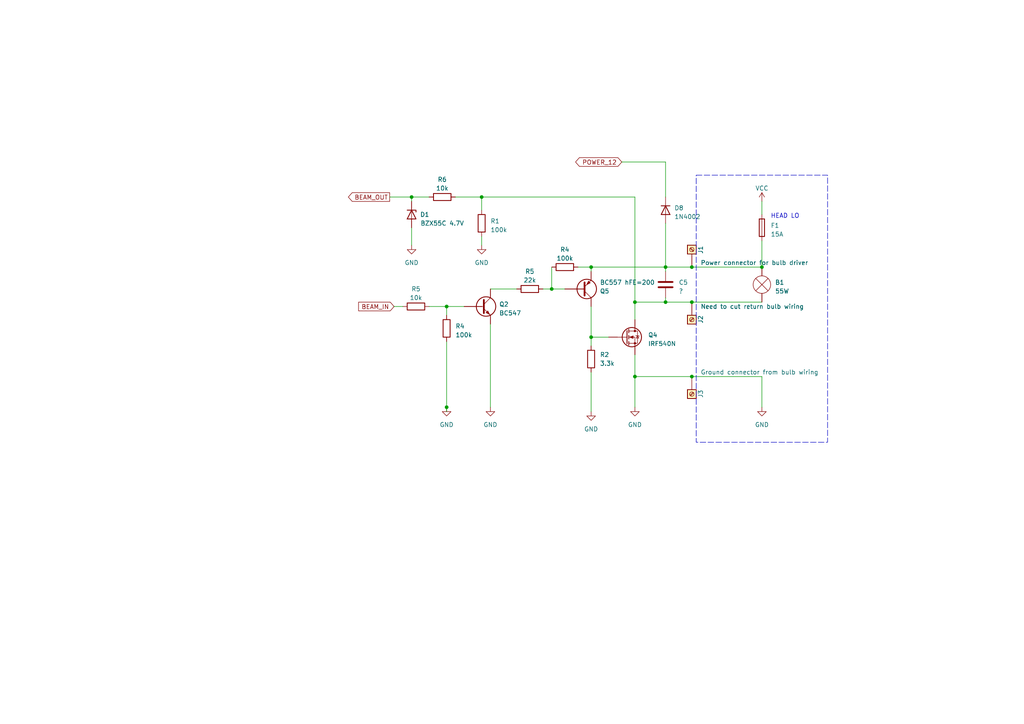
<source format=kicad_sch>
(kicad_sch (version 20230121) (generator eeschema)
  (paper "A4")
  (title_block (title "Power module N") (date "2023-03-28"))
  (lib_symbols
    (symbol "Connector:Screw_Terminal_01x01" (pin_numbers hide) (pin_names (offset 1.016) hide)
      (property "Reference" "J" (at 0 2.54 0))
      (property "Value" "Screw_Terminal_01x01" (at 0 -2.54 0))
      (symbol "Screw_Terminal_01x01_1_1"
        (rectangle (start -1.27 1.27) (end 1.27 -1.27) (stroke (width 0.254)) (fill (type background)))
        (polyline (pts (xy -0.5334 0.3302) (xy 0.3302 -0.508)) (stroke (width 0.1524)))
        (polyline (pts (xy -0.3556 0.508) (xy 0.508 -0.3302)) (stroke (width 0.1524)))
        (circle (center 0 0) (radius 0.635) (stroke (width 0.1524)))
        (pin passive line (at -5.08 0 0) (length 3.81) (name "Pin_1") (number "1"))
      )
    )
    (symbol "Device:C" (pin_numbers hide) (pin_names (offset 0.254))
      (property "Reference" "C" (at 0.635 2.54 0))
      (property "Value" "C" (at 0.635 -2.54 0))
      (symbol "C_0_1"
        (polyline (pts (xy -2.032 -0.762) (xy 2.032 -0.762)) (stroke (width 0.508)))
        (polyline (pts (xy -2.032 0.762) (xy 2.032 0.762)) (stroke (width 0.508)))
      )
      (symbol "C_1_1"
        (pin passive line (at 0 3.81 270) (length 2.794) (name "~") (number "1"))
        (pin passive line (at 0 -3.81 90) (length 2.794) (name "~") (number "2"))
      )
    )
    (symbol "Device:Fuse" (pin_numbers hide) (pin_names (offset 0))
      (property "Reference" "F" (at 2.032 0 90))
      (property "Value" "Fuse" (at -1.905 0 90))
      (symbol "Fuse_0_1"
        (rectangle (start -0.762 -2.54) (end 0.762 2.54) (stroke (width 0.254)))
        (polyline (pts (xy 0 2.54) (xy 0 -2.54)))
      )
      (symbol "Fuse_1_1"
        (pin passive line (at 0 3.81 270) (length 1.27) (name "~") (number "1"))
        (pin passive line (at 0 -3.81 90) (length 1.27) (name "~") (number "2"))
      )
    )
    (symbol "Device:Lamp" (pin_numbers hide) (pin_names (offset 0.0254) hide)
      (property "Reference" "LA" (at 0.635 3.81 0))
      (property "Value" "Lamp" (at 0.635 -3.81 0))
      (symbol "Lamp_0_1"
        (polyline (pts (xy -1.778 1.778) (xy 1.778 -1.778)))
        (polyline (pts (xy 1.778 1.778) (xy -1.778 -1.778)))
        (circle (center 0 0) (radius 2.54))
      )
      (symbol "Lamp_1_1"
        (pin passive line (at 0 -5.08 90) (length 2.54) (name "-") (number "1"))
        (pin passive line (at 0 5.08 270) (length 2.54) (name "+") (number "2"))
      )
    )
    (symbol "Device:R" (pin_numbers hide) (pin_names (offset 0))
      (property "Reference" "R" (at 2.032 0 90))
      (property "Value" "R" (at 0 0 90))
      (symbol "R_0_1"
        (rectangle (start -1.016 -2.54) (end 1.016 2.54) (stroke (width 0.254)))
      )
      (symbol "R_1_1"
        (pin passive line (at 0 3.81 270) (length 1.27) (name "~") (number "1"))
        (pin passive line (at 0 -3.81 90) (length 1.27) (name "~") (number "2"))
      )
    )
    (symbol "Diode:1N4002" (pin_numbers hide) (pin_names hide)
      (property "Reference" "D" (at 0 2.54 0))
      (property "Value" "1N4002" (at 0 -2.54 0))
      (symbol "1N4002_0_1"
        (polyline (pts (xy -1.27 1.27) (xy -1.27 -1.27)) (stroke (width 0.254)))
        (polyline (pts (xy 1.27 0) (xy -1.27 0)))
        (polyline (pts (xy 1.27 1.27) (xy 1.27 -1.27) (xy -1.27 0) (xy 1.27 1.27)) (stroke (width 0.254)))
      )
      (symbol "1N4002_1_1"
        (pin passive line (at -3.81 0 0) (length 2.54) (name "K") (number "1"))
        (pin passive line (at 3.81 0 180) (length 2.54) (name "A") (number "2"))
      )
    )
    (symbol "Diode:BZX84Cxx" (pin_numbers hide) (pin_names hide)
      (property "Reference" "D" (at 0 3.81 0))
      (property "Value" "BZX84Cxx" (at 0 -3.81 0))
      (symbol "BZX84Cxx_0_1"
        (polyline (pts (xy 1.27 0) (xy -1.27 0)))
        (polyline (pts (xy -1.27 -1.27) (xy -1.27 1.27) (xy -0.762 1.27)) (stroke (width 0.254)))
        (polyline (pts (xy 1.27 -1.27) (xy 1.27 1.27) (xy -1.27 0) (xy 1.27 -1.27)) (stroke (width 0.254)))
      )
      (symbol "BZX84Cxx_1_1"
        (pin passive line (at 3.81 0 180) (length 2.54) (name "A") (number "1"))
        (pin no_connect line (at 1.27 0 180) (length 2.54) hide (name "NC") (number "2"))
        (pin passive line (at -3.81 0 0) (length 2.54) (name "K") (number "3"))
      )
    )
    (symbol "Screw_Terminal_01x01_1" (pin_numbers hide) (pin_names (offset 1.016) hide)
      (property "Reference" "J" (at 0 2.54 0))
      (property "Value" "Screw_Terminal_01x01" (at 0 -2.54 0))
      (symbol "Screw_Terminal_01x01_1_1_1"
        (rectangle (start -1.27 1.27) (end 1.27 -1.27) (stroke (width 0.254)) (fill (type background)))
        (polyline (pts (xy -0.5334 0.3302) (xy 0.3302 -0.508)) (stroke (width 0.1524)))
        (polyline (pts (xy -0.3556 0.508) (xy 0.508 -0.3302)) (stroke (width 0.1524)))
        (circle (center 0 0) (radius 0.635) (stroke (width 0.1524)))
        (pin passive line (at -5.08 0 0) (length 3.81) (name "Pin_1") (number "1"))
      )
    )
    (symbol "Screw_Terminal_01x01_2" (pin_numbers hide) (pin_names (offset 1.016) hide)
      (property "Reference" "J" (at 0 2.54 0))
      (property "Value" "Screw_Terminal_01x01" (at 0 -2.54 0))
      (symbol "Screw_Terminal_01x01_2_1_1"
        (rectangle (start -1.27 1.27) (end 1.27 -1.27) (stroke (width 0.254)) (fill (type background)))
        (polyline (pts (xy -0.5334 0.3302) (xy 0.3302 -0.508)) (stroke (width 0.1524)))
        (polyline (pts (xy -0.3556 0.508) (xy 0.508 -0.3302)) (stroke (width 0.1524)))
        (circle (center 0 0) (radius 0.635) (stroke (width 0.1524)))
        (pin passive line (at -5.08 0 0) (length 3.81) (name "Pin_1") (number "1"))
      )
    )
    (symbol "Transistor_BJT:BC547" (pin_numbers hide) (pin_names (offset 0) hide)
      (property "Reference" "Q" (at 5.08 1.905 0))
      (property "Value" "BC547" (at 5.08 0 0))
      (symbol "BC547_0_1"
        (polyline (pts (xy 0 0) (xy 0.635 0)))
        (polyline (pts (xy 0.635 0.635) (xy 2.54 2.54)))
        (polyline (pts (xy 0.635 -0.635) (xy 2.54 -2.54) (xy 2.54 -2.54)))
        (polyline (pts (xy 0.635 1.905) (xy 0.635 -1.905) (xy 0.635 -1.905)) (stroke (width 0.508)))
        (polyline (pts (xy 1.27 -1.778) (xy 1.778 -1.27) (xy 2.286 -2.286) (xy 1.27 -1.778) (xy 1.27 -1.778)) (fill (type outline)))
        (circle (center 1.27 0) (radius 2.8194) (stroke (width 0.254)))
      )
      (symbol "BC547_1_1"
        (pin passive line (at 2.54 5.08 270) (length 2.54) (name "C") (number "1"))
        (pin input line (at -5.08 0 0) (length 5.08) (name "B") (number "2"))
        (pin passive line (at 2.54 -5.08 90) (length 2.54) (name "E") (number "3"))
      )
    )
    (symbol "Transistor_BJT:BC557" (pin_numbers hide) (pin_names (offset 0) hide)
      (property "Reference" "Q" (at 5.08 1.905 0))
      (property "Value" "BC557" (at 5.08 0 0))
      (symbol "BC557_0_1"
        (polyline (pts (xy 0.635 0.635) (xy 2.54 2.54)))
        (polyline (pts (xy 0.635 -0.635) (xy 2.54 -2.54) (xy 2.54 -2.54)))
        (polyline (pts (xy 0.635 1.905) (xy 0.635 -1.905) (xy 0.635 -1.905)) (stroke (width 0.508)))
        (polyline (pts (xy 2.286 -1.778) (xy 1.778 -2.286) (xy 1.27 -1.27) (xy 2.286 -1.778) (xy 2.286 -1.778)) (fill (type outline)))
        (circle (center 1.27 0) (radius 2.8194) (stroke (width 0.254)))
      )
      (symbol "BC557_1_1"
        (pin passive line (at 2.54 5.08 270) (length 2.54) (name "C") (number "1"))
        (pin input line (at -5.08 0 0) (length 5.715) (name "B") (number "2"))
        (pin passive line (at 2.54 -5.08 90) (length 2.54) (name "E") (number "3"))
      )
    )
    (symbol "Transistor_FET:IRF540N" (pin_numbers hide) (pin_names hide)
      (property "Reference" "Q" (at 6.35 1.905 0))
      (property "Value" "IRF540N" (at 6.35 0 0))
      (symbol "IRF540N_0_1"
        (polyline (pts (xy 0.254 0) (xy -2.54 0)))
        (polyline (pts (xy 0.254 1.905) (xy 0.254 -1.905)) (stroke (width 0.254)))
        (polyline (pts (xy 0.762 -1.27) (xy 0.762 -2.286)) (stroke (width 0.254)))
        (polyline (pts (xy 0.762 0.508) (xy 0.762 -0.508)) (stroke (width 0.254)))
        (polyline (pts (xy 0.762 2.286) (xy 0.762 1.27)) (stroke (width 0.254)))
        (polyline (pts (xy 2.54 2.54) (xy 2.54 1.778)))
        (polyline (pts (xy 2.54 -2.54) (xy 2.54 0) (xy 0.762 0)))
        (polyline (pts (xy 0.762 -1.778) (xy 3.302 -1.778) (xy 3.302 1.778) (xy 0.762 1.778)))
        (polyline (pts (xy 1.016 0) (xy 2.032 0.381) (xy 2.032 -0.381) (xy 1.016 0)) (fill (type outline)))
        (polyline (pts (xy 2.794 0.508) (xy 2.921 0.381) (xy 3.683 0.381) (xy 3.81 0.254)))
        (polyline (pts (xy 3.302 0.381) (xy 2.921 -0.254) (xy 3.683 -0.254) (xy 3.302 0.381)))
        (circle (center 1.651 0) (radius 2.794) (stroke (width 0.254)))
        (circle (center 2.54 -1.778) (radius 0.254) (fill (type outline)))
        (circle (center 2.54 1.778) (radius 0.254) (fill (type outline)))
      )
      (symbol "IRF540N_1_1"
        (pin input line (at -5.08 0 0) (length 2.54) (name "G") (number "1"))
        (pin passive line (at 2.54 5.08 270) (length 2.54) (name "D") (number "2"))
        (pin passive line (at 2.54 -5.08 90) (length 2.54) (name "S") (number "3"))
      )
    )
    (symbol "power:GND" (power) (pin_names (offset 0))
      (property "Value" "GND" (at 0 -3.81 0))
      (symbol "GND_0_1"
        (polyline (pts (xy 0 0) (xy 0 -1.27) (xy 1.27 -1.27) (xy 0 -2.54) (xy -1.27 -1.27) (xy 0 -1.27)))
      )
      (symbol "GND_1_1"
        (pin power_in line (at 0 0 270) (length 0) hide (name "GND") (number "1"))
      )
    )
    (symbol "power:VCC" (power) (pin_names (offset 0))
      (property "Value" "VCC" (at 0 3.81 0))
      (symbol "VCC_0_1"
        (polyline (pts (xy -0.762 1.27) (xy 0 2.54)))
        (polyline (pts (xy 0 0) (xy 0 2.54)))
        (polyline (pts (xy 0 2.54) (xy 0.762 1.27)))
      )
      (symbol "VCC_1_1"
        (pin power_in line (at 0 0 90) (length 0) hide (name "VCC") (number "1"))
      )
    )
  )
  (junction (at 220.98 77.47))
  (junction (at 129.54 88.9))
  (junction (at 200.66 87.63))
  (junction (at 200.66 109.22))
  (junction (at 193.04 87.63))
  (junction (at 171.45 77.47))
  (junction (at 160.02 83.82))
  (junction (at 184.15 109.22))
  (junction (at 193.04 77.47))
  (junction (at 139.7 57.15))
  (junction (at 119.38 57.15))
  (junction (at 129.54 118.11))
  (junction (at 171.45 97.79))
  (junction (at 200.66 77.47))
  (junction (at 184.15 87.63))
  (wire (pts (xy 139.7 57.15) (xy 184.15 57.15)))
  (wire (pts (xy 119.38 66.04) (xy 119.38 71.12)))
  (wire (pts (xy 160.02 83.82) (xy 163.83 83.82)))
  (wire (pts (xy 142.24 93.98) (xy 142.24 118.11)))
  (wire (pts (xy 200.66 109.22) (xy 184.15 109.22)))
  (wire (pts (xy 193.04 57.15) (xy 193.04 46.99)))
  (wire (pts (xy 220.98 109.22) (xy 220.98 118.11)))
  (wire (pts (xy 119.38 57.15) (xy 119.38 58.42)))
  (wire (pts (xy 171.45 107.95) (xy 171.45 119.38)))
  (wire (pts (xy 139.7 60.96) (xy 139.7 57.15)))
  (wire (pts (xy 193.04 86.36) (xy 193.04 87.63)))
  (wire (pts (xy 167.64 77.47) (xy 171.45 77.47)))
  (wire (pts (xy 132.08 57.15) (xy 139.7 57.15)))
  (wire (pts (xy 193.04 77.47) (xy 171.45 77.47)))
  (wire (pts (xy 184.15 87.63) (xy 193.04 87.63)))
  (wire (pts (xy 129.54 88.9) (xy 134.62 88.9)))
  (wire (pts (xy 160.02 83.82) (xy 157.48 83.82)))
  (wire (pts (xy 184.15 57.15) (xy 184.15 87.63)))
  (wire (pts (xy 184.15 102.87) (xy 184.15 109.22)))
  (wire (pts (xy 129.54 119.38) (xy 129.54 118.11)))
  (wire (pts (xy 171.45 77.47) (xy 171.45 78.74)))
  (wire (pts (xy 114.3 88.9) (xy 116.84 88.9)))
  (wire (pts (xy 200.66 77.47) (xy 193.04 77.47)))
  (wire (pts (xy 193.04 78.74) (xy 193.04 77.47)))
  (wire (pts (xy 171.45 97.79) (xy 176.53 97.79)))
  (wire (pts (xy 142.24 83.82) (xy 149.86 83.82)))
  (wire (pts (xy 193.04 64.77) (xy 193.04 77.47)))
  (wire (pts (xy 200.66 77.47) (xy 220.98 77.47)))
  (wire (pts (xy 139.7 68.58) (xy 139.7 71.12)))
  (wire (pts (xy 171.45 100.33) (xy 171.45 97.79)))
  (wire (pts (xy 220.98 109.22) (xy 200.66 109.22)))
  (wire (pts (xy 193.04 46.99) (xy 180.34 46.99)))
  (wire (pts (xy 193.04 87.63) (xy 200.66 87.63)))
  (wire (pts (xy 220.98 69.85) (xy 220.98 77.47)))
  (wire (pts (xy 129.54 99.06) (xy 129.54 118.11)))
  (wire (pts (xy 184.15 109.22) (xy 184.15 118.11)))
  (wire (pts (xy 160.02 77.47) (xy 160.02 83.82)))
  (wire (pts (xy 129.54 88.9) (xy 129.54 91.44)))
  (wire (pts (xy 113.03 57.15) (xy 119.38 57.15)))
  (wire (pts (xy 184.15 87.63) (xy 184.15 92.71)))
  (wire (pts (xy 124.46 88.9) (xy 129.54 88.9)))
  (wire (pts (xy 220.98 87.63) (xy 200.66 87.63)))
  (wire (pts (xy 171.45 88.9) (xy 171.45 97.79)))
  (wire (pts (xy 124.46 57.15) (xy 119.38 57.15)))
  (wire (pts (xy 220.98 58.42) (xy 220.98 62.23)))
  (rectangle (start 201.93 50.8) (end 240.03 128.27) (stroke (width 0) (type dash)))
  (text "HEAD LO" (at 223.52 63.5 0) (effects (font (size 1.27 1.27)) (justify left bottom)))
  (global_label "POWER_12" (shape bidirectional) (at 180.34 46.99 180) (property "Intersheetrefs" "${INTERSHEET_REFS}" (effects hide)))
  (global_label "BEAM_IN" (shape input) (at 114.3 88.9 180) (property "Intersheetrefs" "${INTERSHEET_REFS}" (effects hide)))
  (global_label "BEAM_OUT" (shape output) (at 113.03 57.15 180) (property "Intersheetrefs" "${INTERSHEET_REFS}" (effects hide)))
  (symbol (lib_id "power:GND") (at 139.7 71.12 0) (unit 1)
    (property "Reference" "#PWR03" (effects hide))
    (property "Value" "GND" (at 139.7 76.2 0))
    (instances (project "led_drive" (path "" (reference "#PWR03") (unit 1)) (path "" (reference "#PWR030") (unit 1))))
  )
  (symbol (lib_name "Screw_Terminal_01x01_2") (lib_id "Connector:Screw_Terminal_01x01") (at 200.66 92.71 270) (unit 1)
    (property "Reference" "J2" (at 203.2 91.44 0) (effects (justify left)))
    (property "Value" "Need to cut return bulb wiring" (at 203.2 88.9 90) (effects (justify left)))
    (instances (project "led_drive" (path "" (reference "J2") (unit 1)) (path "" (reference "J1") (unit 1)) (path "" (reference "J10") (unit 1))))
  )
  (symbol (lib_id "Device:Lamp") (at 220.98 82.55 0) (unit 1) (in_bom no) (on_board no)
    (property "Reference" "B1" (at 224.79 81.915 0) (effects (justify left)))
    (property "Value" "55W" (at 224.79 84.455 0) (effects (justify left)))
    (instances (project "led_drive" (path "" (reference "B1") (unit 1)) (path "" (reference "B2") (unit 1))))
  )
  (symbol (lib_id "Connector:Screw_Terminal_01x01") (at 200.66 72.39 270) (mirror x) (unit 1)
    (property "Reference" "J1" (at 203.2 73.66 0) (effects (justify left)))
    (property "Value" "Power connector for bulb driver" (at 203.2 76.2 90) (effects (justify left)))
    (instances (project "led_drive" (path "" (reference "J1") (unit 1)) (path "" (reference "J3") (unit 1)) (path "" (reference "J5") (unit 1))))
  )
  (symbol (lib_id "Device:R") (at 171.45 104.14 0) (unit 1)
    (property "Reference" "R2" (at 173.99 102.87 0) (effects (justify left)))
    (property "Value" "3.3k" (at 173.99 105.41 0) (effects (justify left)))
    (property "Sim.Device" "R" (effects hide))
    (property "Sim.Pins" "1=+ 2=-" (effects hide))
    (instances (project "led_drive" (path "" (reference "R2") (unit 1)) (path "" (reference "R106") (unit 1)) (path "" (reference "R7") (unit 1))))
  )
  (symbol (lib_id "power:VCC") (at 220.98 58.42 0) (unit 1)
    (property "Reference" "#PWR028" (effects hide))
    (property "Value" "VCC" (at 220.98 54.61 0))
    (instances (project "led_drive" (path "" (reference "#PWR028") (unit 1)) (path "" (reference "#PWR029") (unit 1)) (path "" (reference "#PWR034") (unit 1))))
  )
  (symbol (lib_id "Device:R") (at 153.67 83.82 90) (unit 1)
    (property "Reference" "R5" (at 153.67 78.74 90))
    (property "Value" "22k" (at 153.67 81.28 90))
    (property "Sim.Device" "R" (effects hide))
    (property "Sim.Pins" "1=+ 2=-" (effects hide))
    (instances (project "led_drive" (path "" (reference "R5") (unit 1)) (path "" (reference "R103") (unit 1)) (path "" (reference "R14") (unit 1))))
  )
  (symbol (lib_id "power:GND") (at 142.24 118.11 0) (unit 1)
    (property "Reference" "#PWR05" (effects hide))
    (property "Value" "GND" (at 142.24 123.19 0))
    (instances (project "led_drive" (path "" (reference "#PWR05") (unit 1)) (path "" (reference "#PWR032") (unit 1))))
  )
  (symbol (lib_id "Device:C") (at 193.04 82.55 0) (unit 1)
    (property "Reference" "C5" (at 196.85 81.915 0) (effects (justify left)))
    (property "Value" "?" (at 196.85 84.455 0) (effects (justify left)))
    (instances (project "led_drive" (path "" (reference "C5") (unit 1)) (path "" (reference "C8") (unit 1))))
  )
  (symbol (lib_id "Transistor_FET:IRF540N") (at 181.61 97.79 0) (unit 1)
    (property "Reference" "Q4" (at 187.96 97.155 0) (effects (justify left)))
    (property "Value" "IRF540N" (at 187.96 99.695 0) (effects (justify left)))
    (property "Footprint" "Package_TO_SOT_THT:TO-220-3_Vertical" (effects hide))
    (property "Datasheet" "http://www.irf.com/product-info/datasheets/data/irf540n.pdf" (effects hide))
  )
  (symbol (lib_id "Device:R") (at 129.54 95.25 0) (unit 1)
    (property "Reference" "R4" (at 132.08 94.615 0) (effects (justify left)))
    (property "Value" "100k" (at 132.08 97.155 0) (effects (justify left)))
    (property "Sim.Device" "R" (effects hide))
    (property "Sim.Pins" "1=+ 2=-" (effects hide))
    (instances (project "led_drive" (path "" (reference "R4") (unit 1)) (path "" (reference "R104") (unit 1)) (path "" (reference "R5") (unit 1))))
  )
  (symbol (lib_name "Screw_Terminal_01x01_1") (lib_id "Connector:Screw_Terminal_01x01") (at 200.66 114.3 270) (unit 1)
    (property "Reference" "J3" (at 203.2 113.03 0) (effects (justify left)))
    (property "Value" "Ground connector from bulb wiring" (at 203.2 107.95 90) (effects (justify left)))
    (instances (project "led_drive" (path "" (reference "J3") (unit 1)) (path "" (reference "J2") (unit 1)) (path "" (reference "J11") (unit 1))))
  )
  (symbol (lib_id "Device:R") (at 163.83 77.47 90) (unit 1)
    (property "Reference" "R4" (at 163.83 72.39 90))
    (property "Value" "100k" (at 163.83 74.93 90))
    (property "Sim.Device" "R" (effects hide))
    (property "Sim.Pins" "1=+ 2=-" (effects hide))
    (instances (project "led_drive" (path "" (reference "R4") (unit 1)) (path "" (reference "R104") (unit 1)) (path "" (reference "R15") (unit 1))))
  )
  (symbol (lib_id "power:GND") (at 184.15 118.11 0) (unit 1)
    (property "Reference" "#PWR07" (effects hide))
    (property "Value" "GND" (at 184.15 123.19 0))
    (instances (project "led_drive" (path "" (reference "#PWR07") (unit 1)) (path "" (reference "#PWR033") (unit 1))))
  )
  (symbol (lib_id "Device:R") (at 139.7 64.77 0) (unit 1)
    (property "Reference" "R1" (at 142.24 64.135 0) (effects (justify left)))
    (property "Value" "100k" (at 142.24 66.675 0) (effects (justify left)))
    (property "Sim.Device" "R" (effects hide))
    (property "Sim.Pins" "1=+ 2=-" (effects hide))
    (instances (project "led_drive" (path "" (reference "R1") (unit 1)) (path "" (reference "R102") (unit 1)) (path "" (reference "R3") (unit 1))))
  )
  (symbol (lib_id "power:GND") (at 119.38 71.12 0) (unit 1)
    (property "Reference" "#PWR02" (effects hide))
    (property "Value" "GND" (at 119.38 76.2 0))
    (instances (project "led_drive" (path "" (reference "#PWR02") (unit 1)) (path "" (reference "#PWR016") (unit 1))))
  )
  (symbol (lib_id "power:GND") (at 129.54 118.11 0) (unit 1)
    (property "Reference" "#PWR04" (effects hide))
    (property "Value" "GND" (at 129.54 123.19 0))
    (instances (project "led_drive" (path "" (reference "#PWR04") (unit 1)) (path "" (reference "#PWR031") (unit 1))))
  )
  (symbol (lib_id "power:GND") (at 220.98 118.11 0) (unit 1)
    (property "Reference" "#PWR06" (effects hide))
    (property "Value" "GND" (at 220.98 123.19 0))
    (instances (project "led_drive" (path "" (reference "#PWR06") (unit 1)) (path "" (reference "#PWR035") (unit 1))))
  )
  (symbol (lib_id "Diode:1N4002") (at 193.04 60.96 270) (unit 1)
    (property "Reference" "D8" (at 195.58 60.325 90) (effects (justify left)))
    (property "Value" "1N4002" (at 195.58 62.865 90) (effects (justify left)))
    (property "Footprint" "Diode_THT:D_DO-41_SOD81_P10.16mm_Horizontal" (effects hide))
    (property "Datasheet" "http://www.vishay.com/docs/88503/1n4001.pdf" (effects hide))
    (property "Sim.Device" "D" (effects hide))
    (property "Sim.Pins" "1=K 2=A" (effects hide))
  )
  (symbol (lib_id "Device:R") (at 128.27 57.15 90) (unit 1)
    (property "Reference" "R6" (at 128.27 52.07 90))
    (property "Value" "10k" (at 128.27 54.61 90))
    (property "Sim.Device" "R" (effects hide))
    (property "Sim.Pins" "1=+ 2=-" (effects hide))
    (instances (project "led_drive" (path "" (reference "R6") (unit 1)) (path "" (reference "R101") (unit 1)) (path "" (reference "R2") (unit 1))))
  )
  (symbol (lib_id "Device:R") (at 120.65 88.9 90) (unit 1)
    (property "Reference" "R5" (at 120.65 83.82 90))
    (property "Value" "10k" (at 120.65 86.36 90))
    (property "Sim.Device" "R" (effects hide))
    (property "Sim.Pins" "1=+ 2=-" (effects hide))
    (instances (project "led_drive" (path "" (reference "R5") (unit 1)) (path "" (reference "R103") (unit 1)) (path "" (reference "R4") (unit 1))))
  )
  (symbol (lib_id "Transistor_BJT:BC547") (at 139.7 88.9 0) (unit 1)
    (property "Reference" "Q2" (at 144.78 88.265 0) (effects (justify left)))
    (property "Value" "BC547" (at 144.78 90.805 0) (effects (justify left)))
    (property "Footprint" "Package_TO_SOT_THT:TO-92_Inline" (effects hide))
    (property "Datasheet" "https://www.onsemi.com/pub/Collateral/BC550-D.pdf" (effects hide))
    (property "Sim.Library" "E:\\Home\\Boguslaw\\Downloads\\BC547.txt" (effects hide))
    (property "Sim.Name" "BC547" (effects hide))
    (property "Sim.Device" "NPN" (effects hide))
    (property "Sim.Type" "GUMMELPOON" (effects hide))
    (property "Sim.Pins" "1=C 2=B 3=E" (effects hide))
    (property "Sim.Params" "is=14340a bf=400 vaf=74.03 ikf=0.2847 ise=14340a ne=1.307 br=6.092 ikr=0 isc=0 nc=2 rb=10 rc=1 cje=22.01p vje=0.75 mje=0.377 tf=411.1p xtf=3 vtf=1.7 itf=0.6 cjc=7.306p vjc=0.75 mjc=0.3416 tr=46.91n xtb=1.5 eg=1.11 xti=3 fc=0.5" (effects hide))
    (instances (project "led_drive" (path "" (reference "Q2") (unit 1)) (path "" (reference "Q1") (unit 1)) (path "" (reference "Q3") (unit 1))))
  )
  (symbol (lib_id "Device:Fuse") (at 220.98 66.04 0) (unit 1) (in_bom no) (on_board no)
    (property "Reference" "F1" (at 223.52 65.405 0) (effects (justify left)))
    (property "Value" "15A" (at 223.52 67.945 0) (effects (justify left)))
    (instances (project "led_drive" (path "" (reference "F1") (unit 1)) (path "" (reference "F2") (unit 1)) (path "" (reference "F6") (unit 1))))
  )
  (symbol (lib_id "Transistor_BJT:BC557") (at 168.91 83.82 0) (mirror x) (unit 1)
    (property "Reference" "Q5" (at 173.99 84.455 0) (effects (justify left)))
    (property "Value" "BC557 hFE=200" (at 173.99 81.915 0) (effects (justify left)))
    (property "Footprint" "Package_TO_SOT_THT:TO-92_Inline" (effects hide))
    (property "Datasheet" "https://www.onsemi.com/pub/Collateral/BC556BTA-D.pdf" (effects hide))
  )
  (symbol (lib_id "Diode:BZX84Cxx") (at 119.38 62.23 270) (unit 1)
    (property "Reference" "D1" (at 123.19 62.23 90))
    (property "Value" "BZX55C 4.7V" (at 128.27 64.77 90))
    (property "Footprint" "Diode_THT:D_DO-35_SOD27_P7.62mm_Horizontal" (effects hide))
    (instances (project "led_drive" (path "" (reference "D1") (unit 1)) (path "" (reference "D101") (unit 1)) (path "" (reference "D2") (unit 1))))
  )
  (symbol (lib_id "power:GND") (at 171.45 119.38 0) (unit 1)
    (property "Reference" "#PWR07" (effects hide))
    (property "Value" "GND" (at 171.45 124.46 0))
    (instances (project "led_drive" (path "" (reference "#PWR07") (unit 1)) (path "" (reference "#PWR02") (unit 1))))
  )
)
</source>
